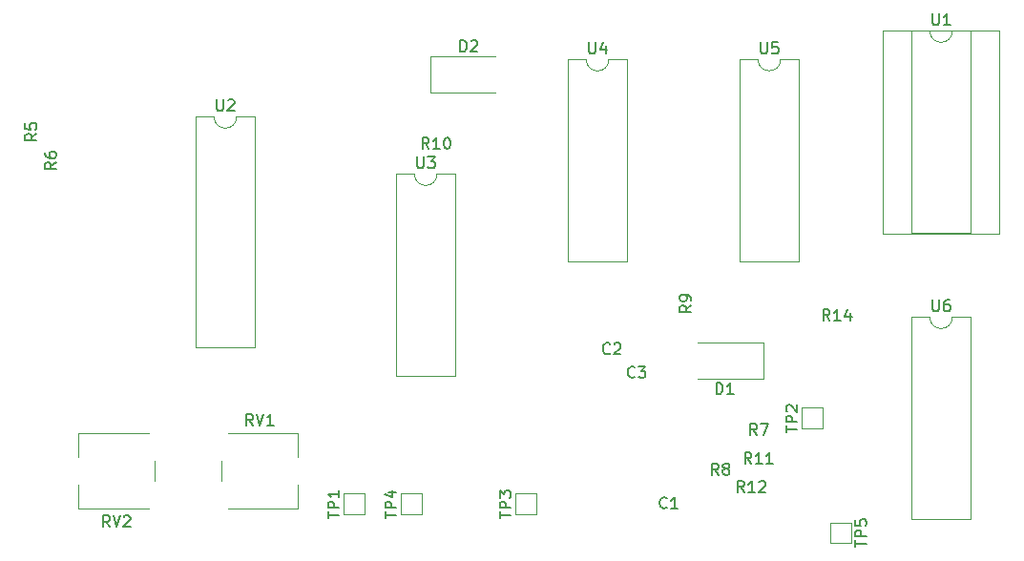
<source format=gbr>
%TF.GenerationSoftware,KiCad,Pcbnew,7.0.1*%
%TF.CreationDate,2023-04-06T21:44:55+03:00*%
%TF.ProjectId,BSPD_large,42535044-5f6c-4617-9267-652e6b696361,rev?*%
%TF.SameCoordinates,Original*%
%TF.FileFunction,Legend,Top*%
%TF.FilePolarity,Positive*%
%FSLAX46Y46*%
G04 Gerber Fmt 4.6, Leading zero omitted, Abs format (unit mm)*
G04 Created by KiCad (PCBNEW 7.0.1) date 2023-04-06 21:44:55*
%MOMM*%
%LPD*%
G01*
G04 APERTURE LIST*
%ADD10C,0.150000*%
%ADD11C,0.120000*%
G04 APERTURE END LIST*
D10*
%TO.C,TP4*%
X111962619Y-85081904D02*
X111962619Y-84510476D01*
X112962619Y-84796190D02*
X111962619Y-84796190D01*
X112962619Y-84177142D02*
X111962619Y-84177142D01*
X111962619Y-84177142D02*
X111962619Y-83796190D01*
X111962619Y-83796190D02*
X112010238Y-83700952D01*
X112010238Y-83700952D02*
X112057857Y-83653333D01*
X112057857Y-83653333D02*
X112153095Y-83605714D01*
X112153095Y-83605714D02*
X112295952Y-83605714D01*
X112295952Y-83605714D02*
X112391190Y-83653333D01*
X112391190Y-83653333D02*
X112438809Y-83700952D01*
X112438809Y-83700952D02*
X112486428Y-83796190D01*
X112486428Y-83796190D02*
X112486428Y-84177142D01*
X112295952Y-82748571D02*
X112962619Y-82748571D01*
X111915000Y-82986666D02*
X112629285Y-83224761D01*
X112629285Y-83224761D02*
X112629285Y-82605714D01*
%TO.C,U1*%
X160528095Y-40312619D02*
X160528095Y-41122142D01*
X160528095Y-41122142D02*
X160575714Y-41217380D01*
X160575714Y-41217380D02*
X160623333Y-41265000D01*
X160623333Y-41265000D02*
X160718571Y-41312619D01*
X160718571Y-41312619D02*
X160909047Y-41312619D01*
X160909047Y-41312619D02*
X161004285Y-41265000D01*
X161004285Y-41265000D02*
X161051904Y-41217380D01*
X161051904Y-41217380D02*
X161099523Y-41122142D01*
X161099523Y-41122142D02*
X161099523Y-40312619D01*
X162099523Y-41312619D02*
X161528095Y-41312619D01*
X161813809Y-41312619D02*
X161813809Y-40312619D01*
X161813809Y-40312619D02*
X161718571Y-40455476D01*
X161718571Y-40455476D02*
X161623333Y-40550714D01*
X161623333Y-40550714D02*
X161528095Y-40598333D01*
%TO.C,C2*%
X131913333Y-70437380D02*
X131865714Y-70485000D01*
X131865714Y-70485000D02*
X131722857Y-70532619D01*
X131722857Y-70532619D02*
X131627619Y-70532619D01*
X131627619Y-70532619D02*
X131484762Y-70485000D01*
X131484762Y-70485000D02*
X131389524Y-70389761D01*
X131389524Y-70389761D02*
X131341905Y-70294523D01*
X131341905Y-70294523D02*
X131294286Y-70104047D01*
X131294286Y-70104047D02*
X131294286Y-69961190D01*
X131294286Y-69961190D02*
X131341905Y-69770714D01*
X131341905Y-69770714D02*
X131389524Y-69675476D01*
X131389524Y-69675476D02*
X131484762Y-69580238D01*
X131484762Y-69580238D02*
X131627619Y-69532619D01*
X131627619Y-69532619D02*
X131722857Y-69532619D01*
X131722857Y-69532619D02*
X131865714Y-69580238D01*
X131865714Y-69580238D02*
X131913333Y-69627857D01*
X132294286Y-69627857D02*
X132341905Y-69580238D01*
X132341905Y-69580238D02*
X132437143Y-69532619D01*
X132437143Y-69532619D02*
X132675238Y-69532619D01*
X132675238Y-69532619D02*
X132770476Y-69580238D01*
X132770476Y-69580238D02*
X132818095Y-69627857D01*
X132818095Y-69627857D02*
X132865714Y-69723095D01*
X132865714Y-69723095D02*
X132865714Y-69818333D01*
X132865714Y-69818333D02*
X132818095Y-69961190D01*
X132818095Y-69961190D02*
X132246667Y-70532619D01*
X132246667Y-70532619D02*
X132865714Y-70532619D01*
%TO.C,RV1*%
X100249761Y-76852619D02*
X99916428Y-76376428D01*
X99678333Y-76852619D02*
X99678333Y-75852619D01*
X99678333Y-75852619D02*
X100059285Y-75852619D01*
X100059285Y-75852619D02*
X100154523Y-75900238D01*
X100154523Y-75900238D02*
X100202142Y-75947857D01*
X100202142Y-75947857D02*
X100249761Y-76043095D01*
X100249761Y-76043095D02*
X100249761Y-76185952D01*
X100249761Y-76185952D02*
X100202142Y-76281190D01*
X100202142Y-76281190D02*
X100154523Y-76328809D01*
X100154523Y-76328809D02*
X100059285Y-76376428D01*
X100059285Y-76376428D02*
X99678333Y-76376428D01*
X100535476Y-75852619D02*
X100868809Y-76852619D01*
X100868809Y-76852619D02*
X101202142Y-75852619D01*
X102059285Y-76852619D02*
X101487857Y-76852619D01*
X101773571Y-76852619D02*
X101773571Y-75852619D01*
X101773571Y-75852619D02*
X101678333Y-75995476D01*
X101678333Y-75995476D02*
X101583095Y-76090714D01*
X101583095Y-76090714D02*
X101487857Y-76138333D01*
%TO.C,R14*%
X151412142Y-67552619D02*
X151078809Y-67076428D01*
X150840714Y-67552619D02*
X150840714Y-66552619D01*
X150840714Y-66552619D02*
X151221666Y-66552619D01*
X151221666Y-66552619D02*
X151316904Y-66600238D01*
X151316904Y-66600238D02*
X151364523Y-66647857D01*
X151364523Y-66647857D02*
X151412142Y-66743095D01*
X151412142Y-66743095D02*
X151412142Y-66885952D01*
X151412142Y-66885952D02*
X151364523Y-66981190D01*
X151364523Y-66981190D02*
X151316904Y-67028809D01*
X151316904Y-67028809D02*
X151221666Y-67076428D01*
X151221666Y-67076428D02*
X150840714Y-67076428D01*
X152364523Y-67552619D02*
X151793095Y-67552619D01*
X152078809Y-67552619D02*
X152078809Y-66552619D01*
X152078809Y-66552619D02*
X151983571Y-66695476D01*
X151983571Y-66695476D02*
X151888333Y-66790714D01*
X151888333Y-66790714D02*
X151793095Y-66838333D01*
X153221666Y-66885952D02*
X153221666Y-67552619D01*
X152983571Y-66505000D02*
X152745476Y-67219285D01*
X152745476Y-67219285D02*
X153364523Y-67219285D01*
%TO.C,U3*%
X114808095Y-53012619D02*
X114808095Y-53822142D01*
X114808095Y-53822142D02*
X114855714Y-53917380D01*
X114855714Y-53917380D02*
X114903333Y-53965000D01*
X114903333Y-53965000D02*
X114998571Y-54012619D01*
X114998571Y-54012619D02*
X115189047Y-54012619D01*
X115189047Y-54012619D02*
X115284285Y-53965000D01*
X115284285Y-53965000D02*
X115331904Y-53917380D01*
X115331904Y-53917380D02*
X115379523Y-53822142D01*
X115379523Y-53822142D02*
X115379523Y-53012619D01*
X115760476Y-53012619D02*
X116379523Y-53012619D01*
X116379523Y-53012619D02*
X116046190Y-53393571D01*
X116046190Y-53393571D02*
X116189047Y-53393571D01*
X116189047Y-53393571D02*
X116284285Y-53441190D01*
X116284285Y-53441190D02*
X116331904Y-53488809D01*
X116331904Y-53488809D02*
X116379523Y-53584047D01*
X116379523Y-53584047D02*
X116379523Y-53822142D01*
X116379523Y-53822142D02*
X116331904Y-53917380D01*
X116331904Y-53917380D02*
X116284285Y-53965000D01*
X116284285Y-53965000D02*
X116189047Y-54012619D01*
X116189047Y-54012619D02*
X115903333Y-54012619D01*
X115903333Y-54012619D02*
X115808095Y-53965000D01*
X115808095Y-53965000D02*
X115760476Y-53917380D01*
%TO.C,R12*%
X143817142Y-82792619D02*
X143483809Y-82316428D01*
X143245714Y-82792619D02*
X143245714Y-81792619D01*
X143245714Y-81792619D02*
X143626666Y-81792619D01*
X143626666Y-81792619D02*
X143721904Y-81840238D01*
X143721904Y-81840238D02*
X143769523Y-81887857D01*
X143769523Y-81887857D02*
X143817142Y-81983095D01*
X143817142Y-81983095D02*
X143817142Y-82125952D01*
X143817142Y-82125952D02*
X143769523Y-82221190D01*
X143769523Y-82221190D02*
X143721904Y-82268809D01*
X143721904Y-82268809D02*
X143626666Y-82316428D01*
X143626666Y-82316428D02*
X143245714Y-82316428D01*
X144769523Y-82792619D02*
X144198095Y-82792619D01*
X144483809Y-82792619D02*
X144483809Y-81792619D01*
X144483809Y-81792619D02*
X144388571Y-81935476D01*
X144388571Y-81935476D02*
X144293333Y-82030714D01*
X144293333Y-82030714D02*
X144198095Y-82078333D01*
X145150476Y-81887857D02*
X145198095Y-81840238D01*
X145198095Y-81840238D02*
X145293333Y-81792619D01*
X145293333Y-81792619D02*
X145531428Y-81792619D01*
X145531428Y-81792619D02*
X145626666Y-81840238D01*
X145626666Y-81840238D02*
X145674285Y-81887857D01*
X145674285Y-81887857D02*
X145721904Y-81983095D01*
X145721904Y-81983095D02*
X145721904Y-82078333D01*
X145721904Y-82078333D02*
X145674285Y-82221190D01*
X145674285Y-82221190D02*
X145102857Y-82792619D01*
X145102857Y-82792619D02*
X145721904Y-82792619D01*
%TO.C,U4*%
X130048095Y-42852619D02*
X130048095Y-43662142D01*
X130048095Y-43662142D02*
X130095714Y-43757380D01*
X130095714Y-43757380D02*
X130143333Y-43805000D01*
X130143333Y-43805000D02*
X130238571Y-43852619D01*
X130238571Y-43852619D02*
X130429047Y-43852619D01*
X130429047Y-43852619D02*
X130524285Y-43805000D01*
X130524285Y-43805000D02*
X130571904Y-43757380D01*
X130571904Y-43757380D02*
X130619523Y-43662142D01*
X130619523Y-43662142D02*
X130619523Y-42852619D01*
X131524285Y-43185952D02*
X131524285Y-43852619D01*
X131286190Y-42805000D02*
X131048095Y-43519285D01*
X131048095Y-43519285D02*
X131667142Y-43519285D01*
%TO.C,U2*%
X97028095Y-47932619D02*
X97028095Y-48742142D01*
X97028095Y-48742142D02*
X97075714Y-48837380D01*
X97075714Y-48837380D02*
X97123333Y-48885000D01*
X97123333Y-48885000D02*
X97218571Y-48932619D01*
X97218571Y-48932619D02*
X97409047Y-48932619D01*
X97409047Y-48932619D02*
X97504285Y-48885000D01*
X97504285Y-48885000D02*
X97551904Y-48837380D01*
X97551904Y-48837380D02*
X97599523Y-48742142D01*
X97599523Y-48742142D02*
X97599523Y-47932619D01*
X98028095Y-48027857D02*
X98075714Y-47980238D01*
X98075714Y-47980238D02*
X98170952Y-47932619D01*
X98170952Y-47932619D02*
X98409047Y-47932619D01*
X98409047Y-47932619D02*
X98504285Y-47980238D01*
X98504285Y-47980238D02*
X98551904Y-48027857D01*
X98551904Y-48027857D02*
X98599523Y-48123095D01*
X98599523Y-48123095D02*
X98599523Y-48218333D01*
X98599523Y-48218333D02*
X98551904Y-48361190D01*
X98551904Y-48361190D02*
X97980476Y-48932619D01*
X97980476Y-48932619D02*
X98599523Y-48932619D01*
%TO.C,U6*%
X160528095Y-65712619D02*
X160528095Y-66522142D01*
X160528095Y-66522142D02*
X160575714Y-66617380D01*
X160575714Y-66617380D02*
X160623333Y-66665000D01*
X160623333Y-66665000D02*
X160718571Y-66712619D01*
X160718571Y-66712619D02*
X160909047Y-66712619D01*
X160909047Y-66712619D02*
X161004285Y-66665000D01*
X161004285Y-66665000D02*
X161051904Y-66617380D01*
X161051904Y-66617380D02*
X161099523Y-66522142D01*
X161099523Y-66522142D02*
X161099523Y-65712619D01*
X162004285Y-65712619D02*
X161813809Y-65712619D01*
X161813809Y-65712619D02*
X161718571Y-65760238D01*
X161718571Y-65760238D02*
X161670952Y-65807857D01*
X161670952Y-65807857D02*
X161575714Y-65950714D01*
X161575714Y-65950714D02*
X161528095Y-66141190D01*
X161528095Y-66141190D02*
X161528095Y-66522142D01*
X161528095Y-66522142D02*
X161575714Y-66617380D01*
X161575714Y-66617380D02*
X161623333Y-66665000D01*
X161623333Y-66665000D02*
X161718571Y-66712619D01*
X161718571Y-66712619D02*
X161909047Y-66712619D01*
X161909047Y-66712619D02*
X162004285Y-66665000D01*
X162004285Y-66665000D02*
X162051904Y-66617380D01*
X162051904Y-66617380D02*
X162099523Y-66522142D01*
X162099523Y-66522142D02*
X162099523Y-66284047D01*
X162099523Y-66284047D02*
X162051904Y-66188809D01*
X162051904Y-66188809D02*
X162004285Y-66141190D01*
X162004285Y-66141190D02*
X161909047Y-66093571D01*
X161909047Y-66093571D02*
X161718571Y-66093571D01*
X161718571Y-66093571D02*
X161623333Y-66141190D01*
X161623333Y-66141190D02*
X161575714Y-66188809D01*
X161575714Y-66188809D02*
X161528095Y-66284047D01*
%TO.C,R10*%
X115852142Y-52312619D02*
X115518809Y-51836428D01*
X115280714Y-52312619D02*
X115280714Y-51312619D01*
X115280714Y-51312619D02*
X115661666Y-51312619D01*
X115661666Y-51312619D02*
X115756904Y-51360238D01*
X115756904Y-51360238D02*
X115804523Y-51407857D01*
X115804523Y-51407857D02*
X115852142Y-51503095D01*
X115852142Y-51503095D02*
X115852142Y-51645952D01*
X115852142Y-51645952D02*
X115804523Y-51741190D01*
X115804523Y-51741190D02*
X115756904Y-51788809D01*
X115756904Y-51788809D02*
X115661666Y-51836428D01*
X115661666Y-51836428D02*
X115280714Y-51836428D01*
X116804523Y-52312619D02*
X116233095Y-52312619D01*
X116518809Y-52312619D02*
X116518809Y-51312619D01*
X116518809Y-51312619D02*
X116423571Y-51455476D01*
X116423571Y-51455476D02*
X116328333Y-51550714D01*
X116328333Y-51550714D02*
X116233095Y-51598333D01*
X117423571Y-51312619D02*
X117518809Y-51312619D01*
X117518809Y-51312619D02*
X117614047Y-51360238D01*
X117614047Y-51360238D02*
X117661666Y-51407857D01*
X117661666Y-51407857D02*
X117709285Y-51503095D01*
X117709285Y-51503095D02*
X117756904Y-51693571D01*
X117756904Y-51693571D02*
X117756904Y-51931666D01*
X117756904Y-51931666D02*
X117709285Y-52122142D01*
X117709285Y-52122142D02*
X117661666Y-52217380D01*
X117661666Y-52217380D02*
X117614047Y-52265000D01*
X117614047Y-52265000D02*
X117518809Y-52312619D01*
X117518809Y-52312619D02*
X117423571Y-52312619D01*
X117423571Y-52312619D02*
X117328333Y-52265000D01*
X117328333Y-52265000D02*
X117280714Y-52217380D01*
X117280714Y-52217380D02*
X117233095Y-52122142D01*
X117233095Y-52122142D02*
X117185476Y-51931666D01*
X117185476Y-51931666D02*
X117185476Y-51693571D01*
X117185476Y-51693571D02*
X117233095Y-51503095D01*
X117233095Y-51503095D02*
X117280714Y-51407857D01*
X117280714Y-51407857D02*
X117328333Y-51360238D01*
X117328333Y-51360238D02*
X117423571Y-51312619D01*
%TO.C,D2*%
X118641905Y-43682619D02*
X118641905Y-42682619D01*
X118641905Y-42682619D02*
X118880000Y-42682619D01*
X118880000Y-42682619D02*
X119022857Y-42730238D01*
X119022857Y-42730238D02*
X119118095Y-42825476D01*
X119118095Y-42825476D02*
X119165714Y-42920714D01*
X119165714Y-42920714D02*
X119213333Y-43111190D01*
X119213333Y-43111190D02*
X119213333Y-43254047D01*
X119213333Y-43254047D02*
X119165714Y-43444523D01*
X119165714Y-43444523D02*
X119118095Y-43539761D01*
X119118095Y-43539761D02*
X119022857Y-43635000D01*
X119022857Y-43635000D02*
X118880000Y-43682619D01*
X118880000Y-43682619D02*
X118641905Y-43682619D01*
X119594286Y-42777857D02*
X119641905Y-42730238D01*
X119641905Y-42730238D02*
X119737143Y-42682619D01*
X119737143Y-42682619D02*
X119975238Y-42682619D01*
X119975238Y-42682619D02*
X120070476Y-42730238D01*
X120070476Y-42730238D02*
X120118095Y-42777857D01*
X120118095Y-42777857D02*
X120165714Y-42873095D01*
X120165714Y-42873095D02*
X120165714Y-42968333D01*
X120165714Y-42968333D02*
X120118095Y-43111190D01*
X120118095Y-43111190D02*
X119546667Y-43682619D01*
X119546667Y-43682619D02*
X120165714Y-43682619D01*
%TO.C,C1*%
X136951421Y-84127380D02*
X136903802Y-84175000D01*
X136903802Y-84175000D02*
X136760945Y-84222619D01*
X136760945Y-84222619D02*
X136665707Y-84222619D01*
X136665707Y-84222619D02*
X136522850Y-84175000D01*
X136522850Y-84175000D02*
X136427612Y-84079761D01*
X136427612Y-84079761D02*
X136379993Y-83984523D01*
X136379993Y-83984523D02*
X136332374Y-83794047D01*
X136332374Y-83794047D02*
X136332374Y-83651190D01*
X136332374Y-83651190D02*
X136379993Y-83460714D01*
X136379993Y-83460714D02*
X136427612Y-83365476D01*
X136427612Y-83365476D02*
X136522850Y-83270238D01*
X136522850Y-83270238D02*
X136665707Y-83222619D01*
X136665707Y-83222619D02*
X136760945Y-83222619D01*
X136760945Y-83222619D02*
X136903802Y-83270238D01*
X136903802Y-83270238D02*
X136951421Y-83317857D01*
X137903802Y-84222619D02*
X137332374Y-84222619D01*
X137618088Y-84222619D02*
X137618088Y-83222619D01*
X137618088Y-83222619D02*
X137522850Y-83365476D01*
X137522850Y-83365476D02*
X137427612Y-83460714D01*
X137427612Y-83460714D02*
X137332374Y-83508333D01*
%TO.C,TP1*%
X106882619Y-85081904D02*
X106882619Y-84510476D01*
X107882619Y-84796190D02*
X106882619Y-84796190D01*
X107882619Y-84177142D02*
X106882619Y-84177142D01*
X106882619Y-84177142D02*
X106882619Y-83796190D01*
X106882619Y-83796190D02*
X106930238Y-83700952D01*
X106930238Y-83700952D02*
X106977857Y-83653333D01*
X106977857Y-83653333D02*
X107073095Y-83605714D01*
X107073095Y-83605714D02*
X107215952Y-83605714D01*
X107215952Y-83605714D02*
X107311190Y-83653333D01*
X107311190Y-83653333D02*
X107358809Y-83700952D01*
X107358809Y-83700952D02*
X107406428Y-83796190D01*
X107406428Y-83796190D02*
X107406428Y-84177142D01*
X107882619Y-82653333D02*
X107882619Y-83224761D01*
X107882619Y-82939047D02*
X106882619Y-82939047D01*
X106882619Y-82939047D02*
X107025476Y-83034285D01*
X107025476Y-83034285D02*
X107120714Y-83129523D01*
X107120714Y-83129523D02*
X107168333Y-83224761D01*
%TO.C,R5*%
X81037619Y-50966666D02*
X80561428Y-51299999D01*
X81037619Y-51538094D02*
X80037619Y-51538094D01*
X80037619Y-51538094D02*
X80037619Y-51157142D01*
X80037619Y-51157142D02*
X80085238Y-51061904D01*
X80085238Y-51061904D02*
X80132857Y-51014285D01*
X80132857Y-51014285D02*
X80228095Y-50966666D01*
X80228095Y-50966666D02*
X80370952Y-50966666D01*
X80370952Y-50966666D02*
X80466190Y-51014285D01*
X80466190Y-51014285D02*
X80513809Y-51061904D01*
X80513809Y-51061904D02*
X80561428Y-51157142D01*
X80561428Y-51157142D02*
X80561428Y-51538094D01*
X80037619Y-50061904D02*
X80037619Y-50538094D01*
X80037619Y-50538094D02*
X80513809Y-50585713D01*
X80513809Y-50585713D02*
X80466190Y-50538094D01*
X80466190Y-50538094D02*
X80418571Y-50442856D01*
X80418571Y-50442856D02*
X80418571Y-50204761D01*
X80418571Y-50204761D02*
X80466190Y-50109523D01*
X80466190Y-50109523D02*
X80513809Y-50061904D01*
X80513809Y-50061904D02*
X80609047Y-50014285D01*
X80609047Y-50014285D02*
X80847142Y-50014285D01*
X80847142Y-50014285D02*
X80942380Y-50061904D01*
X80942380Y-50061904D02*
X80990000Y-50109523D01*
X80990000Y-50109523D02*
X81037619Y-50204761D01*
X81037619Y-50204761D02*
X81037619Y-50442856D01*
X81037619Y-50442856D02*
X80990000Y-50538094D01*
X80990000Y-50538094D02*
X80942380Y-50585713D01*
%TO.C,C3*%
X134108333Y-72537380D02*
X134060714Y-72585000D01*
X134060714Y-72585000D02*
X133917857Y-72632619D01*
X133917857Y-72632619D02*
X133822619Y-72632619D01*
X133822619Y-72632619D02*
X133679762Y-72585000D01*
X133679762Y-72585000D02*
X133584524Y-72489761D01*
X133584524Y-72489761D02*
X133536905Y-72394523D01*
X133536905Y-72394523D02*
X133489286Y-72204047D01*
X133489286Y-72204047D02*
X133489286Y-72061190D01*
X133489286Y-72061190D02*
X133536905Y-71870714D01*
X133536905Y-71870714D02*
X133584524Y-71775476D01*
X133584524Y-71775476D02*
X133679762Y-71680238D01*
X133679762Y-71680238D02*
X133822619Y-71632619D01*
X133822619Y-71632619D02*
X133917857Y-71632619D01*
X133917857Y-71632619D02*
X134060714Y-71680238D01*
X134060714Y-71680238D02*
X134108333Y-71727857D01*
X134441667Y-71632619D02*
X135060714Y-71632619D01*
X135060714Y-71632619D02*
X134727381Y-72013571D01*
X134727381Y-72013571D02*
X134870238Y-72013571D01*
X134870238Y-72013571D02*
X134965476Y-72061190D01*
X134965476Y-72061190D02*
X135013095Y-72108809D01*
X135013095Y-72108809D02*
X135060714Y-72204047D01*
X135060714Y-72204047D02*
X135060714Y-72442142D01*
X135060714Y-72442142D02*
X135013095Y-72537380D01*
X135013095Y-72537380D02*
X134965476Y-72585000D01*
X134965476Y-72585000D02*
X134870238Y-72632619D01*
X134870238Y-72632619D02*
X134584524Y-72632619D01*
X134584524Y-72632619D02*
X134489286Y-72585000D01*
X134489286Y-72585000D02*
X134441667Y-72537380D01*
%TO.C,D1*%
X141361905Y-74082619D02*
X141361905Y-73082619D01*
X141361905Y-73082619D02*
X141600000Y-73082619D01*
X141600000Y-73082619D02*
X141742857Y-73130238D01*
X141742857Y-73130238D02*
X141838095Y-73225476D01*
X141838095Y-73225476D02*
X141885714Y-73320714D01*
X141885714Y-73320714D02*
X141933333Y-73511190D01*
X141933333Y-73511190D02*
X141933333Y-73654047D01*
X141933333Y-73654047D02*
X141885714Y-73844523D01*
X141885714Y-73844523D02*
X141838095Y-73939761D01*
X141838095Y-73939761D02*
X141742857Y-74035000D01*
X141742857Y-74035000D02*
X141600000Y-74082619D01*
X141600000Y-74082619D02*
X141361905Y-74082619D01*
X142885714Y-74082619D02*
X142314286Y-74082619D01*
X142600000Y-74082619D02*
X142600000Y-73082619D01*
X142600000Y-73082619D02*
X142504762Y-73225476D01*
X142504762Y-73225476D02*
X142409524Y-73320714D01*
X142409524Y-73320714D02*
X142314286Y-73368333D01*
%TO.C,RV2*%
X87549761Y-85852619D02*
X87216428Y-85376428D01*
X86978333Y-85852619D02*
X86978333Y-84852619D01*
X86978333Y-84852619D02*
X87359285Y-84852619D01*
X87359285Y-84852619D02*
X87454523Y-84900238D01*
X87454523Y-84900238D02*
X87502142Y-84947857D01*
X87502142Y-84947857D02*
X87549761Y-85043095D01*
X87549761Y-85043095D02*
X87549761Y-85185952D01*
X87549761Y-85185952D02*
X87502142Y-85281190D01*
X87502142Y-85281190D02*
X87454523Y-85328809D01*
X87454523Y-85328809D02*
X87359285Y-85376428D01*
X87359285Y-85376428D02*
X86978333Y-85376428D01*
X87835476Y-84852619D02*
X88168809Y-85852619D01*
X88168809Y-85852619D02*
X88502142Y-84852619D01*
X88787857Y-84947857D02*
X88835476Y-84900238D01*
X88835476Y-84900238D02*
X88930714Y-84852619D01*
X88930714Y-84852619D02*
X89168809Y-84852619D01*
X89168809Y-84852619D02*
X89264047Y-84900238D01*
X89264047Y-84900238D02*
X89311666Y-84947857D01*
X89311666Y-84947857D02*
X89359285Y-85043095D01*
X89359285Y-85043095D02*
X89359285Y-85138333D01*
X89359285Y-85138333D02*
X89311666Y-85281190D01*
X89311666Y-85281190D02*
X88740238Y-85852619D01*
X88740238Y-85852619D02*
X89359285Y-85852619D01*
%TO.C,R11*%
X144457142Y-80252619D02*
X144123809Y-79776428D01*
X143885714Y-80252619D02*
X143885714Y-79252619D01*
X143885714Y-79252619D02*
X144266666Y-79252619D01*
X144266666Y-79252619D02*
X144361904Y-79300238D01*
X144361904Y-79300238D02*
X144409523Y-79347857D01*
X144409523Y-79347857D02*
X144457142Y-79443095D01*
X144457142Y-79443095D02*
X144457142Y-79585952D01*
X144457142Y-79585952D02*
X144409523Y-79681190D01*
X144409523Y-79681190D02*
X144361904Y-79728809D01*
X144361904Y-79728809D02*
X144266666Y-79776428D01*
X144266666Y-79776428D02*
X143885714Y-79776428D01*
X145409523Y-80252619D02*
X144838095Y-80252619D01*
X145123809Y-80252619D02*
X145123809Y-79252619D01*
X145123809Y-79252619D02*
X145028571Y-79395476D01*
X145028571Y-79395476D02*
X144933333Y-79490714D01*
X144933333Y-79490714D02*
X144838095Y-79538333D01*
X146361904Y-80252619D02*
X145790476Y-80252619D01*
X146076190Y-80252619D02*
X146076190Y-79252619D01*
X146076190Y-79252619D02*
X145980952Y-79395476D01*
X145980952Y-79395476D02*
X145885714Y-79490714D01*
X145885714Y-79490714D02*
X145790476Y-79538333D01*
%TO.C,TP2*%
X147522619Y-77461904D02*
X147522619Y-76890476D01*
X148522619Y-77176190D02*
X147522619Y-77176190D01*
X148522619Y-76557142D02*
X147522619Y-76557142D01*
X147522619Y-76557142D02*
X147522619Y-76176190D01*
X147522619Y-76176190D02*
X147570238Y-76080952D01*
X147570238Y-76080952D02*
X147617857Y-76033333D01*
X147617857Y-76033333D02*
X147713095Y-75985714D01*
X147713095Y-75985714D02*
X147855952Y-75985714D01*
X147855952Y-75985714D02*
X147951190Y-76033333D01*
X147951190Y-76033333D02*
X147998809Y-76080952D01*
X147998809Y-76080952D02*
X148046428Y-76176190D01*
X148046428Y-76176190D02*
X148046428Y-76557142D01*
X147617857Y-75604761D02*
X147570238Y-75557142D01*
X147570238Y-75557142D02*
X147522619Y-75461904D01*
X147522619Y-75461904D02*
X147522619Y-75223809D01*
X147522619Y-75223809D02*
X147570238Y-75128571D01*
X147570238Y-75128571D02*
X147617857Y-75080952D01*
X147617857Y-75080952D02*
X147713095Y-75033333D01*
X147713095Y-75033333D02*
X147808333Y-75033333D01*
X147808333Y-75033333D02*
X147951190Y-75080952D01*
X147951190Y-75080952D02*
X148522619Y-75652380D01*
X148522619Y-75652380D02*
X148522619Y-75033333D01*
%TO.C,R9*%
X139112619Y-66206666D02*
X138636428Y-66539999D01*
X139112619Y-66778094D02*
X138112619Y-66778094D01*
X138112619Y-66778094D02*
X138112619Y-66397142D01*
X138112619Y-66397142D02*
X138160238Y-66301904D01*
X138160238Y-66301904D02*
X138207857Y-66254285D01*
X138207857Y-66254285D02*
X138303095Y-66206666D01*
X138303095Y-66206666D02*
X138445952Y-66206666D01*
X138445952Y-66206666D02*
X138541190Y-66254285D01*
X138541190Y-66254285D02*
X138588809Y-66301904D01*
X138588809Y-66301904D02*
X138636428Y-66397142D01*
X138636428Y-66397142D02*
X138636428Y-66778094D01*
X139112619Y-65730475D02*
X139112619Y-65539999D01*
X139112619Y-65539999D02*
X139065000Y-65444761D01*
X139065000Y-65444761D02*
X139017380Y-65397142D01*
X139017380Y-65397142D02*
X138874523Y-65301904D01*
X138874523Y-65301904D02*
X138684047Y-65254285D01*
X138684047Y-65254285D02*
X138303095Y-65254285D01*
X138303095Y-65254285D02*
X138207857Y-65301904D01*
X138207857Y-65301904D02*
X138160238Y-65349523D01*
X138160238Y-65349523D02*
X138112619Y-65444761D01*
X138112619Y-65444761D02*
X138112619Y-65635237D01*
X138112619Y-65635237D02*
X138160238Y-65730475D01*
X138160238Y-65730475D02*
X138207857Y-65778094D01*
X138207857Y-65778094D02*
X138303095Y-65825713D01*
X138303095Y-65825713D02*
X138541190Y-65825713D01*
X138541190Y-65825713D02*
X138636428Y-65778094D01*
X138636428Y-65778094D02*
X138684047Y-65730475D01*
X138684047Y-65730475D02*
X138731666Y-65635237D01*
X138731666Y-65635237D02*
X138731666Y-65444761D01*
X138731666Y-65444761D02*
X138684047Y-65349523D01*
X138684047Y-65349523D02*
X138636428Y-65301904D01*
X138636428Y-65301904D02*
X138541190Y-65254285D01*
%TO.C,TP3*%
X122122619Y-85081904D02*
X122122619Y-84510476D01*
X123122619Y-84796190D02*
X122122619Y-84796190D01*
X123122619Y-84177142D02*
X122122619Y-84177142D01*
X122122619Y-84177142D02*
X122122619Y-83796190D01*
X122122619Y-83796190D02*
X122170238Y-83700952D01*
X122170238Y-83700952D02*
X122217857Y-83653333D01*
X122217857Y-83653333D02*
X122313095Y-83605714D01*
X122313095Y-83605714D02*
X122455952Y-83605714D01*
X122455952Y-83605714D02*
X122551190Y-83653333D01*
X122551190Y-83653333D02*
X122598809Y-83700952D01*
X122598809Y-83700952D02*
X122646428Y-83796190D01*
X122646428Y-83796190D02*
X122646428Y-84177142D01*
X122122619Y-83272380D02*
X122122619Y-82653333D01*
X122122619Y-82653333D02*
X122503571Y-82986666D01*
X122503571Y-82986666D02*
X122503571Y-82843809D01*
X122503571Y-82843809D02*
X122551190Y-82748571D01*
X122551190Y-82748571D02*
X122598809Y-82700952D01*
X122598809Y-82700952D02*
X122694047Y-82653333D01*
X122694047Y-82653333D02*
X122932142Y-82653333D01*
X122932142Y-82653333D02*
X123027380Y-82700952D01*
X123027380Y-82700952D02*
X123075000Y-82748571D01*
X123075000Y-82748571D02*
X123122619Y-82843809D01*
X123122619Y-82843809D02*
X123122619Y-83129523D01*
X123122619Y-83129523D02*
X123075000Y-83224761D01*
X123075000Y-83224761D02*
X123027380Y-83272380D01*
%TO.C,TP5*%
X153662619Y-87621904D02*
X153662619Y-87050476D01*
X154662619Y-87336190D02*
X153662619Y-87336190D01*
X154662619Y-86717142D02*
X153662619Y-86717142D01*
X153662619Y-86717142D02*
X153662619Y-86336190D01*
X153662619Y-86336190D02*
X153710238Y-86240952D01*
X153710238Y-86240952D02*
X153757857Y-86193333D01*
X153757857Y-86193333D02*
X153853095Y-86145714D01*
X153853095Y-86145714D02*
X153995952Y-86145714D01*
X153995952Y-86145714D02*
X154091190Y-86193333D01*
X154091190Y-86193333D02*
X154138809Y-86240952D01*
X154138809Y-86240952D02*
X154186428Y-86336190D01*
X154186428Y-86336190D02*
X154186428Y-86717142D01*
X153662619Y-85240952D02*
X153662619Y-85717142D01*
X153662619Y-85717142D02*
X154138809Y-85764761D01*
X154138809Y-85764761D02*
X154091190Y-85717142D01*
X154091190Y-85717142D02*
X154043571Y-85621904D01*
X154043571Y-85621904D02*
X154043571Y-85383809D01*
X154043571Y-85383809D02*
X154091190Y-85288571D01*
X154091190Y-85288571D02*
X154138809Y-85240952D01*
X154138809Y-85240952D02*
X154234047Y-85193333D01*
X154234047Y-85193333D02*
X154472142Y-85193333D01*
X154472142Y-85193333D02*
X154567380Y-85240952D01*
X154567380Y-85240952D02*
X154615000Y-85288571D01*
X154615000Y-85288571D02*
X154662619Y-85383809D01*
X154662619Y-85383809D02*
X154662619Y-85621904D01*
X154662619Y-85621904D02*
X154615000Y-85717142D01*
X154615000Y-85717142D02*
X154567380Y-85764761D01*
%TO.C,R6*%
X82792619Y-53506666D02*
X82316428Y-53839999D01*
X82792619Y-54078094D02*
X81792619Y-54078094D01*
X81792619Y-54078094D02*
X81792619Y-53697142D01*
X81792619Y-53697142D02*
X81840238Y-53601904D01*
X81840238Y-53601904D02*
X81887857Y-53554285D01*
X81887857Y-53554285D02*
X81983095Y-53506666D01*
X81983095Y-53506666D02*
X82125952Y-53506666D01*
X82125952Y-53506666D02*
X82221190Y-53554285D01*
X82221190Y-53554285D02*
X82268809Y-53601904D01*
X82268809Y-53601904D02*
X82316428Y-53697142D01*
X82316428Y-53697142D02*
X82316428Y-54078094D01*
X81792619Y-52649523D02*
X81792619Y-52839999D01*
X81792619Y-52839999D02*
X81840238Y-52935237D01*
X81840238Y-52935237D02*
X81887857Y-52982856D01*
X81887857Y-52982856D02*
X82030714Y-53078094D01*
X82030714Y-53078094D02*
X82221190Y-53125713D01*
X82221190Y-53125713D02*
X82602142Y-53125713D01*
X82602142Y-53125713D02*
X82697380Y-53078094D01*
X82697380Y-53078094D02*
X82745000Y-53030475D01*
X82745000Y-53030475D02*
X82792619Y-52935237D01*
X82792619Y-52935237D02*
X82792619Y-52744761D01*
X82792619Y-52744761D02*
X82745000Y-52649523D01*
X82745000Y-52649523D02*
X82697380Y-52601904D01*
X82697380Y-52601904D02*
X82602142Y-52554285D01*
X82602142Y-52554285D02*
X82364047Y-52554285D01*
X82364047Y-52554285D02*
X82268809Y-52601904D01*
X82268809Y-52601904D02*
X82221190Y-52649523D01*
X82221190Y-52649523D02*
X82173571Y-52744761D01*
X82173571Y-52744761D02*
X82173571Y-52935237D01*
X82173571Y-52935237D02*
X82221190Y-53030475D01*
X82221190Y-53030475D02*
X82268809Y-53078094D01*
X82268809Y-53078094D02*
X82364047Y-53125713D01*
%TO.C,U5*%
X145288095Y-42847619D02*
X145288095Y-43657142D01*
X145288095Y-43657142D02*
X145335714Y-43752380D01*
X145335714Y-43752380D02*
X145383333Y-43800000D01*
X145383333Y-43800000D02*
X145478571Y-43847619D01*
X145478571Y-43847619D02*
X145669047Y-43847619D01*
X145669047Y-43847619D02*
X145764285Y-43800000D01*
X145764285Y-43800000D02*
X145811904Y-43752380D01*
X145811904Y-43752380D02*
X145859523Y-43657142D01*
X145859523Y-43657142D02*
X145859523Y-42847619D01*
X146811904Y-42847619D02*
X146335714Y-42847619D01*
X146335714Y-42847619D02*
X146288095Y-43323809D01*
X146288095Y-43323809D02*
X146335714Y-43276190D01*
X146335714Y-43276190D02*
X146430952Y-43228571D01*
X146430952Y-43228571D02*
X146669047Y-43228571D01*
X146669047Y-43228571D02*
X146764285Y-43276190D01*
X146764285Y-43276190D02*
X146811904Y-43323809D01*
X146811904Y-43323809D02*
X146859523Y-43419047D01*
X146859523Y-43419047D02*
X146859523Y-43657142D01*
X146859523Y-43657142D02*
X146811904Y-43752380D01*
X146811904Y-43752380D02*
X146764285Y-43800000D01*
X146764285Y-43800000D02*
X146669047Y-43847619D01*
X146669047Y-43847619D02*
X146430952Y-43847619D01*
X146430952Y-43847619D02*
X146335714Y-43800000D01*
X146335714Y-43800000D02*
X146288095Y-43752380D01*
%TO.C,R8*%
X141548909Y-81242619D02*
X141215576Y-80766428D01*
X140977481Y-81242619D02*
X140977481Y-80242619D01*
X140977481Y-80242619D02*
X141358433Y-80242619D01*
X141358433Y-80242619D02*
X141453671Y-80290238D01*
X141453671Y-80290238D02*
X141501290Y-80337857D01*
X141501290Y-80337857D02*
X141548909Y-80433095D01*
X141548909Y-80433095D02*
X141548909Y-80575952D01*
X141548909Y-80575952D02*
X141501290Y-80671190D01*
X141501290Y-80671190D02*
X141453671Y-80718809D01*
X141453671Y-80718809D02*
X141358433Y-80766428D01*
X141358433Y-80766428D02*
X140977481Y-80766428D01*
X142120338Y-80671190D02*
X142025100Y-80623571D01*
X142025100Y-80623571D02*
X141977481Y-80575952D01*
X141977481Y-80575952D02*
X141929862Y-80480714D01*
X141929862Y-80480714D02*
X141929862Y-80433095D01*
X141929862Y-80433095D02*
X141977481Y-80337857D01*
X141977481Y-80337857D02*
X142025100Y-80290238D01*
X142025100Y-80290238D02*
X142120338Y-80242619D01*
X142120338Y-80242619D02*
X142310814Y-80242619D01*
X142310814Y-80242619D02*
X142406052Y-80290238D01*
X142406052Y-80290238D02*
X142453671Y-80337857D01*
X142453671Y-80337857D02*
X142501290Y-80433095D01*
X142501290Y-80433095D02*
X142501290Y-80480714D01*
X142501290Y-80480714D02*
X142453671Y-80575952D01*
X142453671Y-80575952D02*
X142406052Y-80623571D01*
X142406052Y-80623571D02*
X142310814Y-80671190D01*
X142310814Y-80671190D02*
X142120338Y-80671190D01*
X142120338Y-80671190D02*
X142025100Y-80718809D01*
X142025100Y-80718809D02*
X141977481Y-80766428D01*
X141977481Y-80766428D02*
X141929862Y-80861666D01*
X141929862Y-80861666D02*
X141929862Y-81052142D01*
X141929862Y-81052142D02*
X141977481Y-81147380D01*
X141977481Y-81147380D02*
X142025100Y-81195000D01*
X142025100Y-81195000D02*
X142120338Y-81242619D01*
X142120338Y-81242619D02*
X142310814Y-81242619D01*
X142310814Y-81242619D02*
X142406052Y-81195000D01*
X142406052Y-81195000D02*
X142453671Y-81147380D01*
X142453671Y-81147380D02*
X142501290Y-81052142D01*
X142501290Y-81052142D02*
X142501290Y-80861666D01*
X142501290Y-80861666D02*
X142453671Y-80766428D01*
X142453671Y-80766428D02*
X142406052Y-80718809D01*
X142406052Y-80718809D02*
X142310814Y-80671190D01*
%TO.C,R7*%
X144958333Y-77712619D02*
X144625000Y-77236428D01*
X144386905Y-77712619D02*
X144386905Y-76712619D01*
X144386905Y-76712619D02*
X144767857Y-76712619D01*
X144767857Y-76712619D02*
X144863095Y-76760238D01*
X144863095Y-76760238D02*
X144910714Y-76807857D01*
X144910714Y-76807857D02*
X144958333Y-76903095D01*
X144958333Y-76903095D02*
X144958333Y-77045952D01*
X144958333Y-77045952D02*
X144910714Y-77141190D01*
X144910714Y-77141190D02*
X144863095Y-77188809D01*
X144863095Y-77188809D02*
X144767857Y-77236428D01*
X144767857Y-77236428D02*
X144386905Y-77236428D01*
X145291667Y-76712619D02*
X145958333Y-76712619D01*
X145958333Y-76712619D02*
X145529762Y-77712619D01*
D11*
%TO.C,TP4*%
X115250000Y-82870000D02*
X113350000Y-82870000D01*
X113350000Y-82870000D02*
X113350000Y-84720000D01*
X115250000Y-84720000D02*
X115250000Y-82870000D01*
X115200000Y-84720000D02*
X115250000Y-84720000D01*
X113350000Y-84720000D02*
X115200000Y-84720000D01*
%TO.C,U1*%
X156150000Y-41790000D02*
X156150000Y-59810000D01*
X156150000Y-59810000D02*
X166430000Y-59810000D01*
X158640000Y-41850000D02*
X158640000Y-59750000D01*
X158640000Y-59750000D02*
X163940000Y-59750000D01*
X160290000Y-41850000D02*
X158640000Y-41850000D01*
X163940000Y-41850000D02*
X162290000Y-41850000D01*
X163940000Y-59750000D02*
X163940000Y-41850000D01*
X166430000Y-41790000D02*
X156150000Y-41790000D01*
X166430000Y-59810000D02*
X166430000Y-41790000D01*
X160290000Y-41850000D02*
G75*
G03*
X162290000Y-41850000I1000000J0D01*
G01*
%TO.C,RV1*%
X97475000Y-79981000D02*
X97475000Y-81800000D01*
X98011000Y-77519000D02*
X104215000Y-77519000D01*
X98011000Y-84260000D02*
X104215000Y-84260000D01*
X104215000Y-77519000D02*
X104215000Y-79650000D01*
X104215000Y-82130000D02*
X104215000Y-84260000D01*
%TO.C,U3*%
X112920000Y-54550000D02*
X112920000Y-72450000D01*
X112920000Y-72450000D02*
X118220000Y-72450000D01*
X114570000Y-54550000D02*
X112920000Y-54550000D01*
X118220000Y-54550000D02*
X116570000Y-54550000D01*
X118220000Y-72450000D02*
X118220000Y-54550000D01*
X114570000Y-54550000D02*
G75*
G03*
X116570000Y-54550000I1000000J0D01*
G01*
%TO.C,U4*%
X128160000Y-44390000D02*
X128160000Y-62290000D01*
X128160000Y-62290000D02*
X133460000Y-62290000D01*
X129810000Y-44390000D02*
X128160000Y-44390000D01*
X133460000Y-44390000D02*
X131810000Y-44390000D01*
X133460000Y-62290000D02*
X133460000Y-44390000D01*
X129810000Y-44390000D02*
G75*
G03*
X131810000Y-44390000I1000000J0D01*
G01*
%TO.C,U2*%
X95140000Y-49470000D02*
X95140000Y-69910000D01*
X95140000Y-69910000D02*
X100440000Y-69910000D01*
X96790000Y-49470000D02*
X95140000Y-49470000D01*
X100440000Y-49470000D02*
X98790000Y-49470000D01*
X100440000Y-69910000D02*
X100440000Y-49470000D01*
X96790000Y-49470000D02*
G75*
G03*
X98790000Y-49470000I1000000J0D01*
G01*
%TO.C,U6*%
X158640000Y-67250000D02*
X158640000Y-85150000D01*
X158640000Y-85150000D02*
X163940000Y-85150000D01*
X160290000Y-67250000D02*
X158640000Y-67250000D01*
X163940000Y-67250000D02*
X162290000Y-67250000D01*
X163940000Y-85150000D02*
X163940000Y-67250000D01*
X160290000Y-67250000D02*
G75*
G03*
X162290000Y-67250000I1000000J0D01*
G01*
%TO.C,D2*%
X115970000Y-44110000D02*
X115970000Y-47330000D01*
X115970000Y-47330000D02*
X121780000Y-47330000D01*
X121780000Y-44110000D02*
X115970000Y-44110000D01*
%TO.C,TP1*%
X110170000Y-82870000D02*
X108270000Y-82870000D01*
X108270000Y-82870000D02*
X108270000Y-84720000D01*
X110170000Y-84720000D02*
X110170000Y-82870000D01*
X110120000Y-84720000D02*
X110170000Y-84720000D01*
X108270000Y-84720000D02*
X110120000Y-84720000D01*
%TO.C,D1*%
X145510000Y-72730000D02*
X145510000Y-69510000D01*
X145510000Y-69510000D02*
X139700000Y-69510000D01*
X139700000Y-72730000D02*
X145510000Y-72730000D01*
%TO.C,RV2*%
X91515000Y-81799000D02*
X91515000Y-79980000D01*
X90979000Y-84261000D02*
X84775000Y-84261000D01*
X90979000Y-77520000D02*
X84775000Y-77520000D01*
X84775000Y-84261000D02*
X84775000Y-82130000D01*
X84775000Y-79650000D02*
X84775000Y-77520000D01*
%TO.C,TP2*%
X150810000Y-75250000D02*
X148910000Y-75250000D01*
X148910000Y-75250000D02*
X148910000Y-77100000D01*
X150810000Y-77100000D02*
X150810000Y-75250000D01*
X150760000Y-77100000D02*
X150810000Y-77100000D01*
X148910000Y-77100000D02*
X150760000Y-77100000D01*
%TO.C,TP3*%
X125410000Y-82870000D02*
X123510000Y-82870000D01*
X123510000Y-82870000D02*
X123510000Y-84720000D01*
X125410000Y-84720000D02*
X125410000Y-82870000D01*
X125360000Y-84720000D02*
X125410000Y-84720000D01*
X123510000Y-84720000D02*
X125360000Y-84720000D01*
%TO.C,TP5*%
X151450000Y-87310000D02*
X153350000Y-87310000D01*
X153350000Y-87310000D02*
X153350000Y-85460000D01*
X151450000Y-85460000D02*
X151450000Y-87310000D01*
X151500000Y-85460000D02*
X151450000Y-85460000D01*
X153350000Y-85460000D02*
X151500000Y-85460000D01*
%TO.C,U5*%
X143400000Y-44385000D02*
X143400000Y-62285000D01*
X143400000Y-62285000D02*
X148700000Y-62285000D01*
X145050000Y-44385000D02*
X143400000Y-44385000D01*
X148700000Y-44385000D02*
X147050000Y-44385000D01*
X148700000Y-62285000D02*
X148700000Y-44385000D01*
X145050000Y-44385000D02*
G75*
G03*
X147050000Y-44385000I1000000J0D01*
G01*
%TD*%
M02*

</source>
